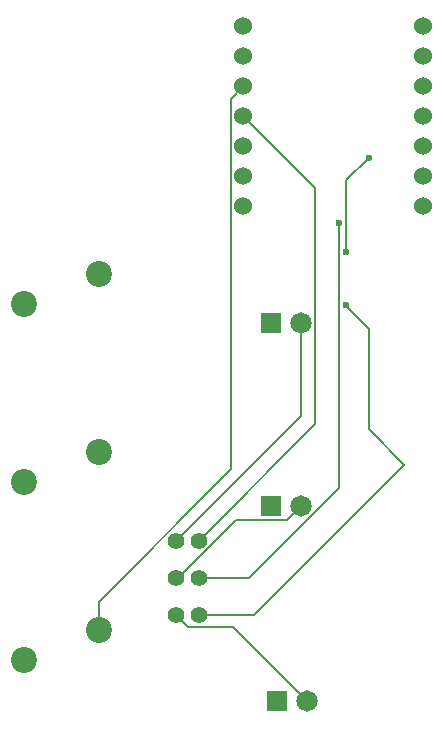
<source format=gbr>
%TF.GenerationSoftware,KiCad,Pcbnew,9.0.2*%
%TF.CreationDate,2025-07-06T13:36:05-04:00*%
%TF.ProjectId,Fidget!!!,46696467-6574-4212-9121-2e6b69636164,rev?*%
%TF.SameCoordinates,Original*%
%TF.FileFunction,Copper,L2,Bot*%
%TF.FilePolarity,Positive*%
%FSLAX46Y46*%
G04 Gerber Fmt 4.6, Leading zero omitted, Abs format (unit mm)*
G04 Created by KiCad (PCBNEW 9.0.2) date 2025-07-06 13:36:05*
%MOMM*%
%LPD*%
G01*
G04 APERTURE LIST*
%TA.AperFunction,ComponentPad*%
%ADD10C,1.524000*%
%TD*%
%TA.AperFunction,ComponentPad*%
%ADD11C,2.200000*%
%TD*%
%TA.AperFunction,ComponentPad*%
%ADD12C,1.400000*%
%TD*%
%TA.AperFunction,ComponentPad*%
%ADD13R,1.815000X1.815000*%
%TD*%
%TA.AperFunction,ComponentPad*%
%ADD14C,1.815000*%
%TD*%
%TA.AperFunction,ViaPad*%
%ADD15C,0.600000*%
%TD*%
%TA.AperFunction,Conductor*%
%ADD16C,0.200000*%
%TD*%
G04 APERTURE END LIST*
D10*
%TO.P,U1,1,GPIO26/ADC0/A0*%
%TO.N,button1*%
X70380000Y-20880000D03*
%TO.P,U1,2,GPIO27/ADC1/A1*%
%TO.N,button2*%
X70380000Y-23420000D03*
%TO.P,U1,3,GPIO28/ADC2/A2*%
%TO.N,button3*%
X70380000Y-25960000D03*
%TO.P,U1,4,GPIO29/ADC3/A3*%
%TO.N,led1*%
X70380000Y-28500000D03*
%TO.P,U1,5,GPIO6/SDA*%
%TO.N,led2*%
X70380000Y-31040000D03*
%TO.P,U1,6,GPIO7/SCL*%
%TO.N,led3*%
X70380000Y-33580000D03*
%TO.P,U1,7,GPIO0/TX*%
%TO.N,unconnected-(U1-GPIO0{slash}TX-Pad7)*%
X70380000Y-36120000D03*
%TO.P,U1,8,GPIO1/RX*%
%TO.N,unconnected-(U1-GPIO1{slash}RX-Pad8)*%
X85620000Y-36120000D03*
%TO.P,U1,9,GPIO2/SCK*%
%TO.N,unconnected-(U1-GPIO2{slash}SCK-Pad9)*%
X85620000Y-33580000D03*
%TO.P,U1,10,GPIO4/MISO*%
%TO.N,unconnected-(U1-GPIO4{slash}MISO-Pad10)*%
X85620000Y-31040000D03*
%TO.P,U1,11,GPIO3/MOSI*%
%TO.N,unconnected-(U1-GPIO3{slash}MOSI-Pad11)*%
X85620000Y-28500000D03*
%TO.P,U1,12,3V3*%
%TO.N,unconnected-(U1-3V3-Pad12)*%
X85620000Y-25960000D03*
%TO.P,U1,13,GND*%
%TO.N,GND*%
X85620000Y-23420000D03*
%TO.P,U1,14,VBUS*%
%TO.N,unconnected-(U1-VBUS-Pad14)*%
X85620000Y-20880000D03*
%TD*%
D11*
%TO.P,SW3,1,1*%
%TO.N,button3*%
X58120000Y-72010000D03*
%TO.P,SW3,2,2*%
%TO.N,GND*%
X51770000Y-74550000D03*
%TD*%
%TO.P,SW2,1,1*%
%TO.N,button2*%
X58120000Y-56920000D03*
%TO.P,SW2,2,2*%
%TO.N,GND*%
X51770000Y-59460000D03*
%TD*%
%TO.P,SW1,1,1*%
%TO.N,button1*%
X58120000Y-41830000D03*
%TO.P,SW1,2,2*%
%TO.N,GND*%
X51770000Y-44370000D03*
%TD*%
D12*
%TO.P,R3,1*%
%TO.N,Net-(D3-PadA)*%
X64700000Y-70730000D03*
%TO.P,R3,2*%
%TO.N,led3*%
X66600000Y-70730000D03*
%TD*%
%TO.P,R2,1*%
%TO.N,Net-(D2-PadA)*%
X64700000Y-67580000D03*
%TO.P,R2,2*%
%TO.N,led2*%
X66600000Y-67580000D03*
%TD*%
%TO.P,R1,1*%
%TO.N,Net-(D1-PadA)*%
X64700000Y-64430000D03*
%TO.P,R1,2*%
%TO.N,led1*%
X66600000Y-64430000D03*
%TD*%
D13*
%TO.P,D3,C*%
%TO.N,GND*%
X73230000Y-78000000D03*
D14*
%TO.P,D3,A*%
%TO.N,Net-(D3-PadA)*%
X75770000Y-78000000D03*
%TD*%
D13*
%TO.P,D2,C*%
%TO.N,GND*%
X72730000Y-61500000D03*
D14*
%TO.P,D2,A*%
%TO.N,Net-(D2-PadA)*%
X75270000Y-61500000D03*
%TD*%
D13*
%TO.P,D1,C*%
%TO.N,GND*%
X72730000Y-46000000D03*
D14*
%TO.P,D1,A*%
%TO.N,Net-(D1-PadA)*%
X75270000Y-46000000D03*
%TD*%
D15*
%TO.N,GND*%
X79100000Y-40000000D03*
X81000000Y-32000000D03*
%TO.N,led3*%
X70380000Y-33580000D03*
X79100000Y-44500000D03*
%TO.N,led2*%
X78500000Y-37500000D03*
X70380000Y-31040000D03*
%TD*%
D16*
%TO.N,GND*%
X81000000Y-32000000D02*
X79100000Y-33900000D01*
X79100000Y-33900000D02*
X79100000Y-40000000D01*
%TO.N,led3*%
X79100000Y-44600000D02*
X79100000Y-44500000D01*
X81000000Y-46500000D02*
X80000000Y-45500000D01*
X81000000Y-55000000D02*
X81000000Y-48500000D01*
X84000000Y-58000000D02*
X81000000Y-55000000D01*
X80000000Y-45500000D02*
X79100000Y-44600000D01*
X71270000Y-70730000D02*
X84000000Y-58000000D01*
X81000000Y-48500000D02*
X81000000Y-46500000D01*
X66600000Y-70730000D02*
X71270000Y-70730000D01*
%TO.N,led2*%
X78500000Y-59979078D02*
X78500000Y-37500000D01*
X70899078Y-67580000D02*
X78500000Y-59979078D01*
X66600000Y-67580000D02*
X70899078Y-67580000D01*
%TO.N,led1*%
X76478500Y-34598500D02*
X70380000Y-28500000D01*
X76478500Y-54551500D02*
X76478500Y-34598500D01*
X66600000Y-64430000D02*
X76478500Y-54551500D01*
%TO.N,Net-(D3-PadA)*%
X69501000Y-71731000D02*
X75770000Y-78000000D01*
X65701000Y-71731000D02*
X69501000Y-71731000D01*
X64700000Y-70730000D02*
X65701000Y-71731000D01*
%TO.N,Net-(D2-PadA)*%
X69737128Y-62708500D02*
X74061500Y-62708500D01*
X74061500Y-62708500D02*
X75270000Y-61500000D01*
X64865628Y-67580000D02*
X69737128Y-62708500D01*
X64700000Y-67580000D02*
X64865628Y-67580000D01*
%TO.N,Net-(D1-PadA)*%
X75270000Y-53860000D02*
X75270000Y-46000000D01*
X64700000Y-64430000D02*
X75270000Y-53860000D01*
%TO.N,button3*%
X69317000Y-27023000D02*
X70380000Y-25960000D01*
X58120000Y-69594372D02*
X69317000Y-58397372D01*
X69317000Y-58397372D02*
X69317000Y-27023000D01*
X58120000Y-72010000D02*
X58120000Y-69594372D01*
%TD*%
M02*

</source>
